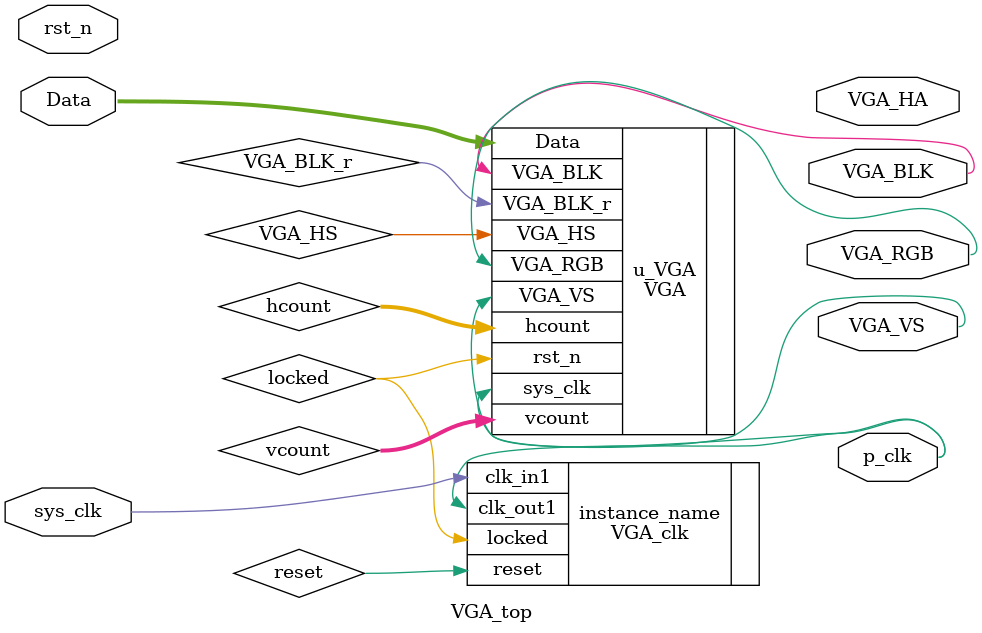
<source format=v>
module VGA_top(
    input                               sys_clk                    ,
    input                               rst_n                      ,
    input              [  23:0]         Data                       ,

    output                              p_clk                      ,
    output                              VGA_HA                     ,
    output                              VGA_VS                     ,
    output                              VGA_RGB                    ,
    output                              VGA_BLK                     
    );

wire                   [  11:0]         hcount                     ;
    //X×ø±êÎ»ÖÃ
wire                   [  11:0]         vcount                     ;
    //Y×ø±êÎ»ÖÃ
wire                                    VGA_BLK_r                  ;

wire                                    locked                      ;

VGA_clk instance_name
    (
    // Clock out ports
    .clk_out1(p_clk),     // output clk_out1
    // Status and control signals
    .reset(reset), // input reset
    .locked(locked),       // output locked
   // Clock in ports
    .clk_in1(sys_clk));      // input clk_in1




VGA u_VGA(
    .sys_clk  ( p_clk    ),
    .rst_n    ( locked   ),
    .Data     ( Data     ),
    .VGA_HS   ( VGA_HS   ),
    .VGA_VS   ( VGA_VS   ),
    .VGA_BLK  ( VGA_BLK  ),
    .VGA_RGB  ( VGA_RGB  ),
    .hcount   ( hcount   ),
    .vcount   ( vcount   ),
    .VGA_BLK_r  ( VGA_BLK_r  )
);

endmodule

</source>
